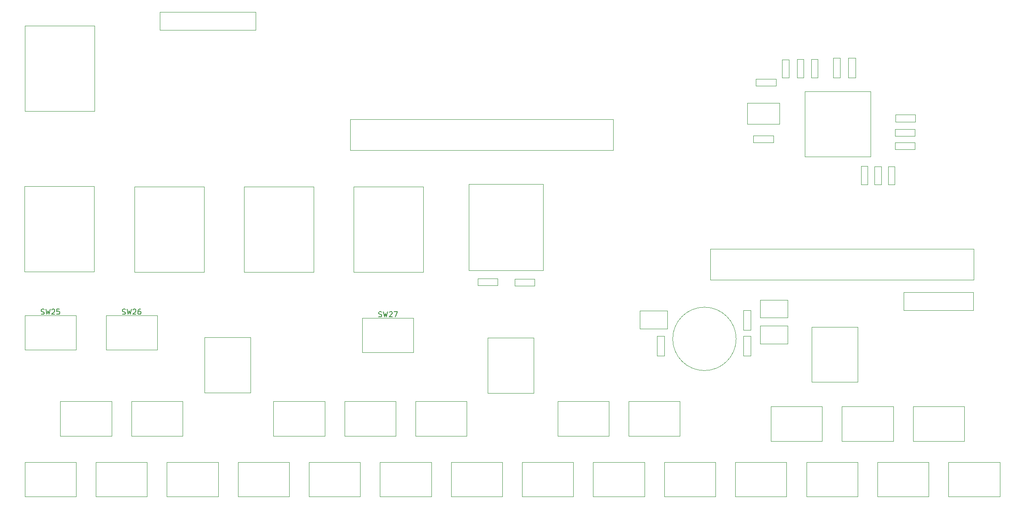
<source format=gbr>
G04 #@! TF.GenerationSoftware,KiCad,Pcbnew,(6.0.1-0)*
G04 #@! TF.CreationDate,2023-10-11T15:07:40-07:00*
G04 #@! TF.ProjectId,synth,73796e74-682e-46b6-9963-61645f706362,rev?*
G04 #@! TF.SameCoordinates,Original*
G04 #@! TF.FileFunction,Other,User*
%FSLAX46Y46*%
G04 Gerber Fmt 4.6, Leading zero omitted, Abs format (unit mm)*
G04 Created by KiCad (PCBNEW (6.0.1-0)) date 2023-10-11 15:07:40*
%MOMM*%
%LPD*%
G01*
G04 APERTURE LIST*
%ADD10C,0.150000*%
%ADD11C,0.050000*%
%ADD12C,0.100000*%
G04 APERTURE END LIST*
D10*
X182190476Y-156804761D02*
X182333333Y-156852380D01*
X182571428Y-156852380D01*
X182666666Y-156804761D01*
X182714285Y-156757142D01*
X182761904Y-156661904D01*
X182761904Y-156566666D01*
X182714285Y-156471428D01*
X182666666Y-156423809D01*
X182571428Y-156376190D01*
X182380952Y-156328571D01*
X182285714Y-156280952D01*
X182238095Y-156233333D01*
X182190476Y-156138095D01*
X182190476Y-156042857D01*
X182238095Y-155947619D01*
X182285714Y-155900000D01*
X182380952Y-155852380D01*
X182619047Y-155852380D01*
X182761904Y-155900000D01*
X183095238Y-155852380D02*
X183333333Y-156852380D01*
X183523809Y-156138095D01*
X183714285Y-156852380D01*
X183952380Y-155852380D01*
X184285714Y-155947619D02*
X184333333Y-155900000D01*
X184428571Y-155852380D01*
X184666666Y-155852380D01*
X184761904Y-155900000D01*
X184809523Y-155947619D01*
X184857142Y-156042857D01*
X184857142Y-156138095D01*
X184809523Y-156280952D01*
X184238095Y-156852380D01*
X184857142Y-156852380D01*
X185190476Y-155852380D02*
X185857142Y-155852380D01*
X185428571Y-156852380D01*
X115690476Y-156304761D02*
X115833333Y-156352380D01*
X116071428Y-156352380D01*
X116166666Y-156304761D01*
X116214285Y-156257142D01*
X116261904Y-156161904D01*
X116261904Y-156066666D01*
X116214285Y-155971428D01*
X116166666Y-155923809D01*
X116071428Y-155876190D01*
X115880952Y-155828571D01*
X115785714Y-155780952D01*
X115738095Y-155733333D01*
X115690476Y-155638095D01*
X115690476Y-155542857D01*
X115738095Y-155447619D01*
X115785714Y-155400000D01*
X115880952Y-155352380D01*
X116119047Y-155352380D01*
X116261904Y-155400000D01*
X116595238Y-155352380D02*
X116833333Y-156352380D01*
X117023809Y-155638095D01*
X117214285Y-156352380D01*
X117452380Y-155352380D01*
X117785714Y-155447619D02*
X117833333Y-155400000D01*
X117928571Y-155352380D01*
X118166666Y-155352380D01*
X118261904Y-155400000D01*
X118309523Y-155447619D01*
X118357142Y-155542857D01*
X118357142Y-155638095D01*
X118309523Y-155780952D01*
X117738095Y-156352380D01*
X118357142Y-156352380D01*
X119261904Y-155352380D02*
X118785714Y-155352380D01*
X118738095Y-155828571D01*
X118785714Y-155780952D01*
X118880952Y-155733333D01*
X119119047Y-155733333D01*
X119214285Y-155780952D01*
X119261904Y-155828571D01*
X119309523Y-155923809D01*
X119309523Y-156161904D01*
X119261904Y-156257142D01*
X119214285Y-156304761D01*
X119119047Y-156352380D01*
X118880952Y-156352380D01*
X118785714Y-156304761D01*
X118738095Y-156257142D01*
X131690476Y-156304761D02*
X131833333Y-156352380D01*
X132071428Y-156352380D01*
X132166666Y-156304761D01*
X132214285Y-156257142D01*
X132261904Y-156161904D01*
X132261904Y-156066666D01*
X132214285Y-155971428D01*
X132166666Y-155923809D01*
X132071428Y-155876190D01*
X131880952Y-155828571D01*
X131785714Y-155780952D01*
X131738095Y-155733333D01*
X131690476Y-155638095D01*
X131690476Y-155542857D01*
X131738095Y-155447619D01*
X131785714Y-155400000D01*
X131880952Y-155352380D01*
X132119047Y-155352380D01*
X132261904Y-155400000D01*
X132595238Y-155352380D02*
X132833333Y-156352380D01*
X133023809Y-155638095D01*
X133214285Y-156352380D01*
X133452380Y-155352380D01*
X133785714Y-155447619D02*
X133833333Y-155400000D01*
X133928571Y-155352380D01*
X134166666Y-155352380D01*
X134261904Y-155400000D01*
X134309523Y-155447619D01*
X134357142Y-155542857D01*
X134357142Y-155638095D01*
X134309523Y-155780952D01*
X133738095Y-156352380D01*
X134357142Y-156352380D01*
X135214285Y-155352380D02*
X135023809Y-155352380D01*
X134928571Y-155400000D01*
X134880952Y-155447619D01*
X134785714Y-155590476D01*
X134738095Y-155780952D01*
X134738095Y-156161904D01*
X134785714Y-156257142D01*
X134833333Y-156304761D01*
X134928571Y-156352380D01*
X135119047Y-156352380D01*
X135214285Y-156304761D01*
X135261904Y-156257142D01*
X135309523Y-156161904D01*
X135309523Y-155923809D01*
X135261904Y-155828571D01*
X135214285Y-155780952D01*
X135119047Y-155733333D01*
X134928571Y-155733333D01*
X134833333Y-155780952D01*
X134785714Y-155828571D01*
X134738095Y-155923809D01*
D11*
X266182000Y-125281000D02*
X279082000Y-125281000D01*
X279082000Y-112381000D02*
X279082000Y-125281000D01*
X266182000Y-112381000D02*
X279082000Y-112381000D01*
X266182000Y-112381000D02*
X266182000Y-125281000D01*
X212876500Y-150750500D02*
X208966500Y-150750500D01*
X208966500Y-149350500D02*
X212876500Y-149350500D01*
X212876500Y-150750500D02*
X212876500Y-149350500D01*
X208966500Y-149350500D02*
X208966500Y-150750500D01*
X276584000Y-169737200D02*
X276584000Y-158837200D01*
X267484000Y-169737200D02*
X267484000Y-158837200D01*
X276584000Y-169737200D02*
X267484000Y-169737200D01*
X276584000Y-158837200D02*
X267484000Y-158837200D01*
X287839700Y-121223000D02*
X283929700Y-121223000D01*
X287839700Y-121223000D02*
X287839700Y-119823000D01*
X283929700Y-119823000D02*
X283929700Y-121223000D01*
X283929700Y-119823000D02*
X287839700Y-119823000D01*
X212728400Y-171921600D02*
X203628400Y-171921600D01*
X212728400Y-171921600D02*
X212728400Y-161021600D01*
X203628400Y-171921600D02*
X203628400Y-161021600D01*
X212728400Y-161021600D02*
X203628400Y-161021600D01*
X260448000Y-111317000D02*
X256538000Y-111317000D01*
X256538000Y-109917000D02*
X260448000Y-109917000D01*
X260448000Y-111317000D02*
X260448000Y-109917000D01*
X256538000Y-109917000D02*
X256538000Y-111317000D01*
X257332500Y-153507500D02*
X262732500Y-153507500D01*
X257332500Y-157007500D02*
X257332500Y-153507500D01*
X262732500Y-153507500D02*
X262732500Y-157007500D01*
X262732500Y-157007500D02*
X257332500Y-157007500D01*
X255462000Y-155573000D02*
X254062000Y-155573000D01*
X254062000Y-159483000D02*
X255462000Y-159483000D01*
X254062000Y-159483000D02*
X254062000Y-155573000D01*
X255462000Y-155573000D02*
X255462000Y-159483000D01*
X238444000Y-160630500D02*
X237044000Y-160630500D01*
X237044000Y-164540500D02*
X237044000Y-160630500D01*
X238444000Y-160630500D02*
X238444000Y-164540500D01*
X237044000Y-164540500D02*
X238444000Y-164540500D01*
X257332500Y-158651000D02*
X262732500Y-158651000D01*
X262732500Y-162151000D02*
X257332500Y-162151000D01*
X262732500Y-158651000D02*
X262732500Y-162151000D01*
X257332500Y-162151000D02*
X257332500Y-158651000D01*
X136550000Y-192350000D02*
X136550000Y-185550000D01*
X126450000Y-192350000D02*
X136550000Y-192350000D01*
X126450000Y-185550000D02*
X126450000Y-192350000D01*
X126450000Y-185550000D02*
X136550000Y-185550000D01*
X178950000Y-157050000D02*
X189050000Y-157050000D01*
X178950000Y-157050000D02*
X178950000Y-163850000D01*
X178950000Y-163850000D02*
X189050000Y-163850000D01*
X189050000Y-163850000D02*
X189050000Y-157050000D01*
X168450000Y-185550000D02*
X178550000Y-185550000D01*
X168450000Y-185550000D02*
X168450000Y-192350000D01*
X178550000Y-192350000D02*
X178550000Y-185550000D01*
X168450000Y-192350000D02*
X178550000Y-192350000D01*
X175450000Y-173550000D02*
X175450000Y-180350000D01*
X175450000Y-180350000D02*
X185550000Y-180350000D01*
X175450000Y-173550000D02*
X185550000Y-173550000D01*
X185550000Y-180350000D02*
X185550000Y-173550000D01*
X199550000Y-180350000D02*
X199550000Y-173550000D01*
X189450000Y-180350000D02*
X199550000Y-180350000D01*
X189450000Y-173550000D02*
X189450000Y-180350000D01*
X189450000Y-173550000D02*
X199550000Y-173550000D01*
X206550000Y-192350000D02*
X206550000Y-185550000D01*
X196450000Y-192350000D02*
X206550000Y-192350000D01*
X196450000Y-185550000D02*
X206550000Y-185550000D01*
X196450000Y-185550000D02*
X196450000Y-192350000D01*
X210450000Y-185550000D02*
X220550000Y-185550000D01*
X210450000Y-185550000D02*
X210450000Y-192350000D01*
X210450000Y-192350000D02*
X220550000Y-192350000D01*
X220550000Y-192350000D02*
X220550000Y-185550000D01*
X227550000Y-180350000D02*
X227550000Y-173550000D01*
X217450000Y-173550000D02*
X227550000Y-173550000D01*
X217450000Y-173550000D02*
X217450000Y-180350000D01*
X217450000Y-180350000D02*
X227550000Y-180350000D01*
X224450000Y-185550000D02*
X234550000Y-185550000D01*
X224450000Y-185550000D02*
X224450000Y-192350000D01*
X224450000Y-192350000D02*
X234550000Y-192350000D01*
X234550000Y-192350000D02*
X234550000Y-185550000D01*
X231450000Y-173550000D02*
X241550000Y-173550000D01*
X231450000Y-173550000D02*
X231450000Y-180350000D01*
X231450000Y-180350000D02*
X241550000Y-180350000D01*
X241550000Y-180350000D02*
X241550000Y-173550000D01*
X238450000Y-185550000D02*
X238450000Y-192350000D01*
X238450000Y-192350000D02*
X248550000Y-192350000D01*
X248550000Y-192350000D02*
X248550000Y-185550000D01*
X238450000Y-185550000D02*
X248550000Y-185550000D01*
X252450000Y-185550000D02*
X262550000Y-185550000D01*
X262550000Y-192350000D02*
X262550000Y-185550000D01*
X252450000Y-192350000D02*
X262550000Y-192350000D01*
X252450000Y-185550000D02*
X252450000Y-192350000D01*
X259450000Y-181350000D02*
X269550000Y-181350000D01*
X259450000Y-174550000D02*
X269550000Y-174550000D01*
X269550000Y-181350000D02*
X269550000Y-174550000D01*
X259450000Y-174550000D02*
X259450000Y-181350000D01*
X276550000Y-192350000D02*
X276550000Y-185550000D01*
X266450000Y-185550000D02*
X266450000Y-192350000D01*
X266450000Y-192350000D02*
X276550000Y-192350000D01*
X266450000Y-185550000D02*
X276550000Y-185550000D01*
X273450000Y-174550000D02*
X283550000Y-174550000D01*
X273450000Y-174550000D02*
X273450000Y-181350000D01*
X273450000Y-181350000D02*
X283550000Y-181350000D01*
X283550000Y-181350000D02*
X283550000Y-174550000D01*
X290550000Y-192350000D02*
X290550000Y-185550000D01*
X280450000Y-192350000D02*
X290550000Y-192350000D01*
X280450000Y-185550000D02*
X280450000Y-192350000D01*
X280450000Y-185550000D02*
X290550000Y-185550000D01*
X294450000Y-185550000D02*
X294450000Y-192350000D01*
X304550000Y-192350000D02*
X304550000Y-185550000D01*
X294450000Y-185550000D02*
X304550000Y-185550000D01*
X294450000Y-192350000D02*
X304550000Y-192350000D01*
X112450000Y-156550000D02*
X122550000Y-156550000D01*
X112450000Y-163350000D02*
X122550000Y-163350000D01*
X112450000Y-156550000D02*
X112450000Y-163350000D01*
X122550000Y-163350000D02*
X122550000Y-156550000D01*
X154450000Y-185550000D02*
X164550000Y-185550000D01*
X154450000Y-192350000D02*
X164550000Y-192350000D01*
X164550000Y-192350000D02*
X164550000Y-185550000D01*
X154450000Y-185550000D02*
X154450000Y-192350000D01*
X133450000Y-180350000D02*
X143550000Y-180350000D01*
X133450000Y-173550000D02*
X143550000Y-173550000D01*
X133450000Y-173550000D02*
X133450000Y-180350000D01*
X143550000Y-180350000D02*
X143550000Y-173550000D01*
X287450000Y-174550000D02*
X287450000Y-181350000D01*
X287450000Y-181350000D02*
X297550000Y-181350000D01*
X287450000Y-174550000D02*
X297550000Y-174550000D01*
X297550000Y-181350000D02*
X297550000Y-174550000D01*
X190940000Y-131225000D02*
X190940000Y-148025000D01*
X177240000Y-148025000D02*
X177240000Y-131225000D01*
X190940000Y-148025000D02*
X177240000Y-148025000D01*
X177240000Y-131225000D02*
X190940000Y-131225000D01*
X155650000Y-131225000D02*
X169350000Y-131225000D01*
X169350000Y-131225000D02*
X169350000Y-148025000D01*
X169350000Y-148025000D02*
X155650000Y-148025000D01*
X155650000Y-148025000D02*
X155650000Y-131225000D01*
X147760000Y-148025000D02*
X134060000Y-148025000D01*
X134060000Y-131225000D02*
X147760000Y-131225000D01*
X147760000Y-131225000D02*
X147760000Y-148025000D01*
X134060000Y-148025000D02*
X134060000Y-131225000D01*
X112400000Y-147925000D02*
X112400000Y-131125000D01*
X112400000Y-131125000D02*
X126100000Y-131125000D01*
X126100000Y-147925000D02*
X112400000Y-147925000D01*
X126100000Y-131125000D02*
X126100000Y-147925000D01*
X171550000Y-180350000D02*
X171550000Y-173550000D01*
X161450000Y-180350000D02*
X171550000Y-180350000D01*
X161450000Y-173550000D02*
X171550000Y-173550000D01*
X161450000Y-173550000D02*
X161450000Y-180350000D01*
X140450000Y-185550000D02*
X140450000Y-192350000D01*
X140450000Y-185550000D02*
X150550000Y-185550000D01*
X140450000Y-192350000D02*
X150550000Y-192350000D01*
X150550000Y-192350000D02*
X150550000Y-185550000D01*
X192550000Y-192350000D02*
X192550000Y-185550000D01*
X182450000Y-192350000D02*
X192550000Y-192350000D01*
X182450000Y-185550000D02*
X192550000Y-185550000D01*
X182450000Y-185550000D02*
X182450000Y-192350000D01*
X112450000Y-185550000D02*
X122550000Y-185550000D01*
X112450000Y-185550000D02*
X112450000Y-192350000D01*
X122550000Y-192350000D02*
X122550000Y-185550000D01*
X112450000Y-192350000D02*
X122550000Y-192350000D01*
X119450000Y-173550000D02*
X129550000Y-173550000D01*
X119450000Y-173550000D02*
X119450000Y-180350000D01*
X129550000Y-180350000D02*
X129550000Y-173550000D01*
X119450000Y-180350000D02*
X129550000Y-180350000D01*
X112470000Y-116275000D02*
X112470000Y-99475000D01*
X126170000Y-99475000D02*
X126170000Y-116275000D01*
X126170000Y-116275000D02*
X112470000Y-116275000D01*
X112470000Y-99475000D02*
X126170000Y-99475000D01*
X156950000Y-171820000D02*
X156950000Y-160920000D01*
X147850000Y-171820000D02*
X147850000Y-160920000D01*
X156950000Y-160920000D02*
X147850000Y-160920000D01*
X156950000Y-171820000D02*
X147850000Y-171820000D01*
X157930000Y-96720000D02*
X139080000Y-96720000D01*
X139080000Y-100320000D02*
X157930000Y-100320000D01*
X139080000Y-96720000D02*
X139080000Y-100320000D01*
X157930000Y-100320000D02*
X157930000Y-96720000D01*
D12*
X252615400Y-161203000D02*
G75*
G03*
X252615400Y-161203000I-6250000J0D01*
G01*
D11*
X261681200Y-109699200D02*
X262981200Y-109699200D01*
X262981200Y-106099200D02*
X261681200Y-106099200D01*
X262981200Y-106099200D02*
X262981200Y-109699200D01*
X261681200Y-109699200D02*
X261681200Y-106099200D01*
X299335600Y-151997000D02*
X285585600Y-151997000D01*
X285585600Y-151997000D02*
X285585600Y-155597000D01*
X299335600Y-155597000D02*
X299335600Y-151997000D01*
X285585600Y-155597000D02*
X299335600Y-155597000D01*
X279893000Y-130781200D02*
X279893000Y-127181200D01*
X281193000Y-127181200D02*
X279893000Y-127181200D01*
X279893000Y-130781200D02*
X281193000Y-130781200D01*
X281193000Y-127181200D02*
X281193000Y-130781200D01*
X277226000Y-130720200D02*
X278526000Y-130720200D01*
X277226000Y-130720200D02*
X277226000Y-127120200D01*
X278526000Y-127120200D02*
X278526000Y-130720200D01*
X278526000Y-127120200D02*
X277226000Y-127120200D01*
X265906695Y-106068332D02*
X264606695Y-106068332D01*
X264606695Y-109668332D02*
X265906695Y-109668332D01*
X264606695Y-109668332D02*
X264606695Y-106068332D01*
X265906695Y-106068332D02*
X265906695Y-109668332D01*
X256020000Y-121093000D02*
X259930000Y-121093000D01*
X259930000Y-122493000D02*
X259930000Y-121093000D01*
X256020000Y-121093000D02*
X256020000Y-122493000D01*
X259930000Y-122493000D02*
X256020000Y-122493000D01*
X268700695Y-106068332D02*
X267400695Y-106068332D01*
X268700695Y-106068332D02*
X268700695Y-109668332D01*
X267400695Y-109668332D02*
X267400695Y-106068332D01*
X267400695Y-109668332D02*
X268700695Y-109668332D01*
X283860000Y-127181200D02*
X282560000Y-127181200D01*
X282560000Y-130781200D02*
X282560000Y-127181200D01*
X283860000Y-127181200D02*
X283860000Y-130781200D01*
X282560000Y-130781200D02*
X283860000Y-130781200D01*
X271715000Y-109689200D02*
X271715000Y-105779200D01*
X273115000Y-105779200D02*
X271715000Y-105779200D01*
X271715000Y-109689200D02*
X273115000Y-109689200D01*
X273115000Y-105779200D02*
X273115000Y-109689200D01*
X274699500Y-109689000D02*
X276099500Y-109689000D01*
X274699500Y-109689000D02*
X274699500Y-105779000D01*
X276099500Y-105779000D02*
X276099500Y-109689000D01*
X276099500Y-105779000D02*
X274699500Y-105779000D01*
X176570000Y-117870000D02*
X176570000Y-124020000D01*
X228420000Y-117870000D02*
X176570000Y-117870000D01*
X228420000Y-124020000D02*
X228420000Y-117870000D01*
X176570000Y-124020000D02*
X228420000Y-124020000D01*
X283972700Y-116965500D02*
X287882700Y-116965500D01*
X287882700Y-118365500D02*
X287882700Y-116965500D01*
X283972700Y-116965500D02*
X283972700Y-118365500D01*
X287882700Y-118365500D02*
X283972700Y-118365500D01*
X239047000Y-155666500D02*
X239047000Y-159166500D01*
X233647000Y-155666500D02*
X239047000Y-155666500D01*
X233647000Y-159166500D02*
X233647000Y-155666500D01*
X239047000Y-159166500D02*
X233647000Y-159166500D01*
X254062000Y-164563000D02*
X254062000Y-160653000D01*
X255462000Y-160653000D02*
X254062000Y-160653000D01*
X255462000Y-160653000D02*
X255462000Y-164563000D01*
X254062000Y-164563000D02*
X255462000Y-164563000D01*
X299387870Y-143440204D02*
X299387870Y-149590204D01*
X299387870Y-149590204D02*
X247537870Y-149590204D01*
X247537870Y-143440204D02*
X299387870Y-143440204D01*
X247537870Y-149590204D02*
X247537870Y-143440204D01*
X199930000Y-130700000D02*
X214630000Y-130700000D01*
X199930000Y-147700000D02*
X199930000Y-130700000D01*
X214630000Y-130700000D02*
X214630000Y-147700000D01*
X214630000Y-147700000D02*
X199930000Y-147700000D01*
X287860200Y-123826500D02*
X283950200Y-123826500D01*
X283950200Y-122426500D02*
X283950200Y-123826500D01*
X287860200Y-123826500D02*
X287860200Y-122426500D01*
X283950200Y-122426500D02*
X287860200Y-122426500D01*
X205647500Y-150687000D02*
X201737500Y-150687000D01*
X201737500Y-149287000D02*
X201737500Y-150687000D01*
X201737500Y-149287000D02*
X205647500Y-149287000D01*
X205647500Y-150687000D02*
X205647500Y-149287000D01*
X128450000Y-156550000D02*
X138550000Y-156550000D01*
X128450000Y-156550000D02*
X128450000Y-163350000D01*
X138550000Y-163350000D02*
X138550000Y-156550000D01*
X128450000Y-163350000D02*
X138550000Y-163350000D01*
X261190340Y-114653640D02*
X254790340Y-114653640D01*
X254790340Y-114653640D02*
X254790340Y-118853640D01*
X254790340Y-118853640D02*
X261190340Y-118853640D01*
X261190340Y-118853640D02*
X261190340Y-114653640D01*
M02*

</source>
